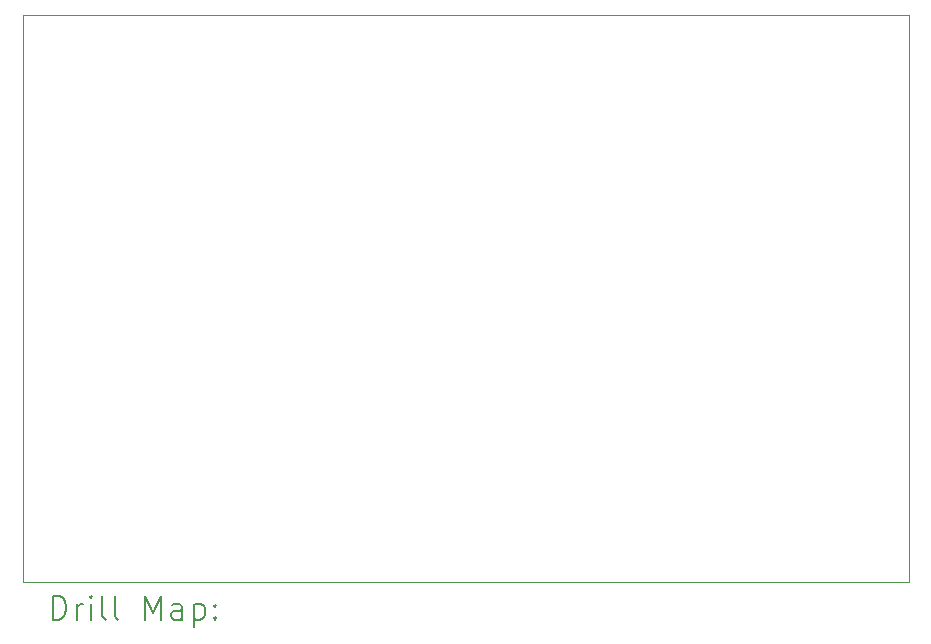
<source format=gbr>
%TF.GenerationSoftware,KiCad,Pcbnew,7.0.9*%
%TF.CreationDate,2023-11-29T12:49:09+01:00*%
%TF.ProjectId,Zabezpieczenie_UPC1237_2,5a616265-7a70-4696-9563-7a656e69655f,rev?*%
%TF.SameCoordinates,Original*%
%TF.FileFunction,Drillmap*%
%TF.FilePolarity,Positive*%
%FSLAX45Y45*%
G04 Gerber Fmt 4.5, Leading zero omitted, Abs format (unit mm)*
G04 Created by KiCad (PCBNEW 7.0.9) date 2023-11-29 12:49:09*
%MOMM*%
%LPD*%
G01*
G04 APERTURE LIST*
%ADD10C,0.100000*%
%ADD11C,0.200000*%
G04 APERTURE END LIST*
D10*
X11180000Y-7500000D02*
X18680000Y-7500000D01*
X18680000Y-12300000D01*
X11180000Y-12300000D01*
X11180000Y-7500000D01*
D11*
X11435777Y-12616484D02*
X11435777Y-12416484D01*
X11435777Y-12416484D02*
X11483396Y-12416484D01*
X11483396Y-12416484D02*
X11511967Y-12426008D01*
X11511967Y-12426008D02*
X11531015Y-12445055D01*
X11531015Y-12445055D02*
X11540539Y-12464103D01*
X11540539Y-12464103D02*
X11550062Y-12502198D01*
X11550062Y-12502198D02*
X11550062Y-12530769D01*
X11550062Y-12530769D02*
X11540539Y-12568865D01*
X11540539Y-12568865D02*
X11531015Y-12587912D01*
X11531015Y-12587912D02*
X11511967Y-12606960D01*
X11511967Y-12606960D02*
X11483396Y-12616484D01*
X11483396Y-12616484D02*
X11435777Y-12616484D01*
X11635777Y-12616484D02*
X11635777Y-12483150D01*
X11635777Y-12521246D02*
X11645301Y-12502198D01*
X11645301Y-12502198D02*
X11654824Y-12492674D01*
X11654824Y-12492674D02*
X11673872Y-12483150D01*
X11673872Y-12483150D02*
X11692920Y-12483150D01*
X11759586Y-12616484D02*
X11759586Y-12483150D01*
X11759586Y-12416484D02*
X11750062Y-12426008D01*
X11750062Y-12426008D02*
X11759586Y-12435531D01*
X11759586Y-12435531D02*
X11769110Y-12426008D01*
X11769110Y-12426008D02*
X11759586Y-12416484D01*
X11759586Y-12416484D02*
X11759586Y-12435531D01*
X11883396Y-12616484D02*
X11864348Y-12606960D01*
X11864348Y-12606960D02*
X11854824Y-12587912D01*
X11854824Y-12587912D02*
X11854824Y-12416484D01*
X11988158Y-12616484D02*
X11969110Y-12606960D01*
X11969110Y-12606960D02*
X11959586Y-12587912D01*
X11959586Y-12587912D02*
X11959586Y-12416484D01*
X12216729Y-12616484D02*
X12216729Y-12416484D01*
X12216729Y-12416484D02*
X12283396Y-12559341D01*
X12283396Y-12559341D02*
X12350062Y-12416484D01*
X12350062Y-12416484D02*
X12350062Y-12616484D01*
X12531015Y-12616484D02*
X12531015Y-12511722D01*
X12531015Y-12511722D02*
X12521491Y-12492674D01*
X12521491Y-12492674D02*
X12502443Y-12483150D01*
X12502443Y-12483150D02*
X12464348Y-12483150D01*
X12464348Y-12483150D02*
X12445301Y-12492674D01*
X12531015Y-12606960D02*
X12511967Y-12616484D01*
X12511967Y-12616484D02*
X12464348Y-12616484D01*
X12464348Y-12616484D02*
X12445301Y-12606960D01*
X12445301Y-12606960D02*
X12435777Y-12587912D01*
X12435777Y-12587912D02*
X12435777Y-12568865D01*
X12435777Y-12568865D02*
X12445301Y-12549817D01*
X12445301Y-12549817D02*
X12464348Y-12540293D01*
X12464348Y-12540293D02*
X12511967Y-12540293D01*
X12511967Y-12540293D02*
X12531015Y-12530769D01*
X12626253Y-12483150D02*
X12626253Y-12683150D01*
X12626253Y-12492674D02*
X12645301Y-12483150D01*
X12645301Y-12483150D02*
X12683396Y-12483150D01*
X12683396Y-12483150D02*
X12702443Y-12492674D01*
X12702443Y-12492674D02*
X12711967Y-12502198D01*
X12711967Y-12502198D02*
X12721491Y-12521246D01*
X12721491Y-12521246D02*
X12721491Y-12578388D01*
X12721491Y-12578388D02*
X12711967Y-12597436D01*
X12711967Y-12597436D02*
X12702443Y-12606960D01*
X12702443Y-12606960D02*
X12683396Y-12616484D01*
X12683396Y-12616484D02*
X12645301Y-12616484D01*
X12645301Y-12616484D02*
X12626253Y-12606960D01*
X12807205Y-12597436D02*
X12816729Y-12606960D01*
X12816729Y-12606960D02*
X12807205Y-12616484D01*
X12807205Y-12616484D02*
X12797682Y-12606960D01*
X12797682Y-12606960D02*
X12807205Y-12597436D01*
X12807205Y-12597436D02*
X12807205Y-12616484D01*
X12807205Y-12492674D02*
X12816729Y-12502198D01*
X12816729Y-12502198D02*
X12807205Y-12511722D01*
X12807205Y-12511722D02*
X12797682Y-12502198D01*
X12797682Y-12502198D02*
X12807205Y-12492674D01*
X12807205Y-12492674D02*
X12807205Y-12511722D01*
M02*

</source>
